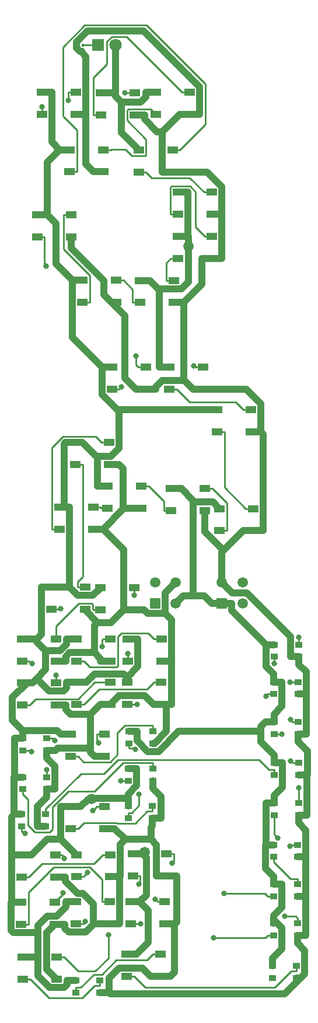
<source format=gbr>
%TF.GenerationSoftware,KiCad,Pcbnew,(5.1.6)-1*%
%TF.CreationDate,2020-11-25T11:49:15+11:00*%
%TF.ProjectId,SPIN RCV Panel PCB V1,5350494e-2052-4435-9620-50616e656c20,rev?*%
%TF.SameCoordinates,Original*%
%TF.FileFunction,Copper,L1,Top*%
%TF.FilePolarity,Positive*%
%FSLAX46Y46*%
G04 Gerber Fmt 4.6, Leading zero omitted, Abs format (unit mm)*
G04 Created by KiCad (PCBNEW (5.1.6)-1) date 2020-11-25 11:49:15*
%MOMM*%
%LPD*%
G01*
G04 APERTURE LIST*
%TA.AperFunction,SMDPad,CuDef*%
%ADD10R,1.000000X0.850000*%
%TD*%
%TA.AperFunction,SMDPad,CuDef*%
%ADD11R,1.500000X1.000000*%
%TD*%
%TA.AperFunction,ComponentPad*%
%ADD12C,1.520000*%
%TD*%
%TA.AperFunction,ComponentPad*%
%ADD13R,1.520000X1.520000*%
%TD*%
%TA.AperFunction,ComponentPad*%
%ADD14C,1.800000*%
%TD*%
%TA.AperFunction,ComponentPad*%
%ADD15R,1.800000X1.800000*%
%TD*%
%TA.AperFunction,ViaPad*%
%ADD16C,1.500000*%
%TD*%
%TA.AperFunction,ViaPad*%
%ADD17C,0.800000*%
%TD*%
%TA.AperFunction,Conductor*%
%ADD18C,1.000000*%
%TD*%
%TA.AperFunction,Conductor*%
%ADD19C,0.400600*%
%TD*%
%TA.AperFunction,Conductor*%
%ADD20C,0.250000*%
%TD*%
G04 APERTURE END LIST*
D10*
%TO.P,D45,3*%
%TO.N,/LEDGND*%
X273708000Y-145477000D03*
%TO.P,D45,2*%
%TO.N,Net-(D45-Pad2)*%
X270208000Y-145477000D03*
%TO.P,D45,4*%
%TO.N,Net-(D44-Pad2)*%
X273708000Y-143727000D03*
%TO.P,D45,1*%
%TO.N,/LED+5V*%
X270208000Y-143727000D03*
%TD*%
%TO.P,D49,3*%
%TO.N,/LEDGND*%
X273696000Y-151192000D03*
%TO.P,D49,2*%
%TO.N,Net-(D49-Pad2)*%
X270196000Y-151192000D03*
%TO.P,D49,4*%
%TO.N,Net-(D48-Pad2)*%
X273696000Y-149442000D03*
%TO.P,D49,1*%
%TO.N,/LED+5V*%
X270196000Y-149442000D03*
%TD*%
%TO.P,D53,3*%
%TO.N,/LEDGND*%
X273558000Y-157350000D03*
%TO.P,D53,2*%
%TO.N,Net-(D53-Pad2)*%
X270058000Y-157350000D03*
%TO.P,D53,4*%
%TO.N,Net-(D52-Pad2)*%
X273558000Y-155600000D03*
%TO.P,D53,1*%
%TO.N,/LED+5V*%
X270058000Y-155600000D03*
%TD*%
%TO.P,D51,3*%
%TO.N,/LEDGND*%
X244994000Y-159472000D03*
%TO.P,D51,2*%
%TO.N,Net-(D51-Pad2)*%
X241494000Y-159472000D03*
%TO.P,D51,4*%
%TO.N,Net-(D50-Pad2)*%
X244994000Y-157722000D03*
%TO.P,D51,1*%
%TO.N,/LED+5V*%
X241494000Y-157722000D03*
%TD*%
%TO.P,D44,3*%
%TO.N,/LEDGND*%
X273722000Y-139787000D03*
%TO.P,D44,2*%
%TO.N,Net-(D44-Pad2)*%
X270222000Y-139787000D03*
%TO.P,D44,4*%
%TO.N,Net-(D43-Pad2)*%
X273722000Y-138037000D03*
%TO.P,D44,1*%
%TO.N,/LED+5V*%
X270222000Y-138037000D03*
%TD*%
%TO.P,D40,3*%
%TO.N,/LEDGND*%
X273860000Y-133717000D03*
%TO.P,D40,2*%
%TO.N,Net-(D40-Pad2)*%
X270360000Y-133717000D03*
%TO.P,D40,4*%
%TO.N,Net-(D39-Pad2)*%
X273860000Y-131967000D03*
%TO.P,D40,1*%
%TO.N,/LED+5V*%
X270360000Y-131967000D03*
%TD*%
%TO.P,D39,3*%
%TO.N,/LEDGND*%
X252654000Y-134160000D03*
%TO.P,D39,2*%
%TO.N,Net-(D39-Pad2)*%
X249154000Y-134160000D03*
%TO.P,D39,4*%
%TO.N,Net-(D38-Pad2)*%
X252654000Y-132410000D03*
%TO.P,D39,1*%
%TO.N,/LED+5V*%
X249154000Y-132410000D03*
%TD*%
%TO.P,D37,3*%
%TO.N,/LEDGND*%
X237118000Y-135342000D03*
%TO.P,D37,2*%
%TO.N,Net-(D37-Pad2)*%
X233618000Y-135342000D03*
%TO.P,D37,4*%
%TO.N,Net-(D36-Pad2)*%
X237118000Y-133592000D03*
%TO.P,D37,1*%
%TO.N,/LED+5V*%
X233618000Y-133592000D03*
%TD*%
%TO.P,D36,3*%
%TO.N,/LEDGND*%
X273837000Y-127912000D03*
%TO.P,D36,2*%
%TO.N,Net-(D36-Pad2)*%
X270337000Y-127912000D03*
%TO.P,D36,4*%
%TO.N,Net-(D35-Pad2)*%
X273837000Y-126162000D03*
%TO.P,D36,1*%
%TO.N,/LED+5V*%
X270337000Y-126162000D03*
%TD*%
%TO.P,D35,3*%
%TO.N,/LEDGND*%
X252679000Y-128725000D03*
%TO.P,D35,2*%
%TO.N,Net-(D35-Pad2)*%
X249179000Y-128725000D03*
%TO.P,D35,4*%
%TO.N,Net-(D34-Pad2)*%
X252679000Y-126975000D03*
%TO.P,D35,1*%
%TO.N,/LED+5V*%
X249179000Y-126975000D03*
%TD*%
%TO.P,D34,3*%
%TO.N,/LEDGND*%
X237323000Y-129958000D03*
%TO.P,D34,2*%
%TO.N,Net-(D34-Pad2)*%
X233823000Y-129958000D03*
%TO.P,D34,4*%
%TO.N,Net-(D33-Pad2)*%
X237323000Y-128208000D03*
%TO.P,D34,1*%
%TO.N,/LED+5V*%
X233823000Y-128208000D03*
%TD*%
%TO.P,D33,3*%
%TO.N,/LEDGND*%
X273787000Y-121943000D03*
%TO.P,D33,2*%
%TO.N,Net-(D33-Pad2)*%
X270287000Y-121943000D03*
%TO.P,D33,4*%
%TO.N,Net-(D32-Pad2)*%
X273787000Y-120193000D03*
%TO.P,D33,1*%
%TO.N,/LED+5V*%
X270287000Y-120193000D03*
%TD*%
%TO.P,D32,3*%
%TO.N,/LEDGND*%
X252705000Y-123289000D03*
%TO.P,D32,2*%
%TO.N,Net-(D32-Pad2)*%
X249205000Y-123289000D03*
%TO.P,D32,4*%
%TO.N,Net-(D31-Pad2)*%
X252705000Y-121539000D03*
%TO.P,D32,1*%
%TO.N,/LED+5V*%
X249205000Y-121539000D03*
%TD*%
%TO.P,D30,3*%
%TO.N,/LEDGND*%
X237338000Y-124330000D03*
%TO.P,D30,2*%
%TO.N,Net-(D30-Pad2)*%
X233838000Y-124330000D03*
%TO.P,D30,4*%
%TO.N,Net-(D29-Pad2)*%
X237338000Y-122580000D03*
%TO.P,D30,1*%
%TO.N,/LED+5V*%
X233838000Y-122580000D03*
%TD*%
%TO.P,D29,3*%
%TO.N,/LEDGND*%
X273756000Y-116152000D03*
%TO.P,D29,2*%
%TO.N,Net-(D29-Pad2)*%
X270256000Y-116152000D03*
%TO.P,D29,4*%
%TO.N,Net-(D28-Pad2)*%
X273756000Y-114402000D03*
%TO.P,D29,1*%
%TO.N,/LED+5V*%
X270256000Y-114402000D03*
%TD*%
%TO.P,D25,3*%
%TO.N,/LEDGND*%
X273860000Y-110730000D03*
%TO.P,D25,2*%
%TO.N,Net-(D25-Pad2)*%
X270360000Y-110730000D03*
%TO.P,D25,4*%
%TO.N,Net-(D24-Pad2)*%
X273860000Y-108980000D03*
%TO.P,D25,1*%
%TO.N,/LED+5V*%
X270360000Y-108980000D03*
%TD*%
D11*
%TO.P,D52,1*%
%TO.N,/LED+5V*%
X248897000Y-153924000D03*
%TO.P,D52,2*%
%TO.N,Net-(D52-Pad2)*%
X248897000Y-157124000D03*
%TO.P,D52,4*%
%TO.N,Net-(D51-Pad2)*%
X253797000Y-153924000D03*
%TO.P,D52,3*%
%TO.N,/LEDGND*%
X253797000Y-157124000D03*
%TD*%
%TO.P,D50,1*%
%TO.N,/LED+5V*%
X233858000Y-154305000D03*
%TO.P,D50,2*%
%TO.N,Net-(D50-Pad2)*%
X233858000Y-157505000D03*
%TO.P,D50,4*%
%TO.N,Net-(D49-Pad2)*%
X238758000Y-154305000D03*
%TO.P,D50,3*%
%TO.N,/LEDGND*%
X238758000Y-157505000D03*
%TD*%
%TO.P,D48,1*%
%TO.N,/LED+5V*%
X249532000Y-146304000D03*
%TO.P,D48,2*%
%TO.N,Net-(D48-Pad2)*%
X249532000Y-149504000D03*
%TO.P,D48,4*%
%TO.N,Net-(D47-Pad2)*%
X254432000Y-146304000D03*
%TO.P,D48,3*%
%TO.N,/LEDGND*%
X254432000Y-149504000D03*
%TD*%
%TO.P,D47,1*%
%TO.N,/LED+5V*%
X241531000Y-146304000D03*
%TO.P,D47,2*%
%TO.N,Net-(D47-Pad2)*%
X241531000Y-149504000D03*
%TO.P,D47,4*%
%TO.N,Net-(D46-Pad2)*%
X246431000Y-146304000D03*
%TO.P,D47,3*%
%TO.N,/LEDGND*%
X246431000Y-149504000D03*
%TD*%
%TO.P,D46,1*%
%TO.N,/LED+5V*%
X233578000Y-146381000D03*
%TO.P,D46,2*%
%TO.N,Net-(D46-Pad2)*%
X233578000Y-149581000D03*
%TO.P,D46,4*%
%TO.N,Net-(D45-Pad2)*%
X238478000Y-146381000D03*
%TO.P,D46,3*%
%TO.N,/LEDGND*%
X238478000Y-149581000D03*
%TD*%
%TO.P,D43,1*%
%TO.N,/LED+5V*%
X249797000Y-139370000D03*
%TO.P,D43,2*%
%TO.N,Net-(D43-Pad2)*%
X249797000Y-142570000D03*
%TO.P,D43,4*%
%TO.N,Net-(D42-Pad2)*%
X254697000Y-139370000D03*
%TO.P,D43,3*%
%TO.N,/LEDGND*%
X254697000Y-142570000D03*
%TD*%
%TO.P,D42,1*%
%TO.N,/LED+5V*%
X241630000Y-139471000D03*
%TO.P,D42,2*%
%TO.N,Net-(D42-Pad2)*%
X241630000Y-142671000D03*
%TO.P,D42,4*%
%TO.N,Net-(D41-Pad2)*%
X246530000Y-139471000D03*
%TO.P,D42,3*%
%TO.N,/LEDGND*%
X246530000Y-142671000D03*
%TD*%
%TO.P,D41,1*%
%TO.N,/LED+5V*%
X233631000Y-139522000D03*
%TO.P,D41,2*%
%TO.N,Net-(D41-Pad2)*%
X233631000Y-142722000D03*
%TO.P,D41,4*%
%TO.N,Net-(D40-Pad2)*%
X238531000Y-139522000D03*
%TO.P,D41,3*%
%TO.N,/LEDGND*%
X238531000Y-142722000D03*
%TD*%
%TO.P,D38,1*%
%TO.N,/LED+5V*%
X240794000Y-132487000D03*
%TO.P,D38,2*%
%TO.N,Net-(D38-Pad2)*%
X240794000Y-135687000D03*
%TO.P,D38,4*%
%TO.N,Net-(D37-Pad2)*%
X245694000Y-132487000D03*
%TO.P,D38,3*%
%TO.N,/LEDGND*%
X245694000Y-135687000D03*
%TD*%
%TO.P,R1,2*%
%TO.N,/LEDGND*%
%TA.AperFunction,SMDPad,CuDef*%
G36*
G01*
X242445000Y-22416600D02*
X242645000Y-22416600D01*
G75*
G02*
X242745000Y-22516600I0J-100000D01*
G01*
X242745000Y-22776600D01*
G75*
G02*
X242645000Y-22876600I-100000J0D01*
G01*
X242445000Y-22876600D01*
G75*
G02*
X242345000Y-22776600I0J100000D01*
G01*
X242345000Y-22516600D01*
G75*
G02*
X242445000Y-22416600I100000J0D01*
G01*
G37*
%TD.AperFunction*%
%TO.P,R1,1*%
%TO.N,Net-(D1-Pad1)*%
%TA.AperFunction,SMDPad,CuDef*%
G36*
G01*
X242445000Y-21776600D02*
X242645000Y-21776600D01*
G75*
G02*
X242745000Y-21876600I0J-100000D01*
G01*
X242745000Y-22136600D01*
G75*
G02*
X242645000Y-22236600I-100000J0D01*
G01*
X242445000Y-22236600D01*
G75*
G02*
X242345000Y-22136600I0J100000D01*
G01*
X242345000Y-21876600D01*
G75*
G02*
X242445000Y-21776600I100000J0D01*
G01*
G37*
%TD.AperFunction*%
%TD*%
D12*
%TO.P,J2,4*%
%TO.N,/LEDGND*%
X256034999Y-99974001D03*
%TO.P,J2,3*%
%TO.N,/DATAOUT*%
X253035000Y-99974001D03*
%TO.P,J2,2*%
%TO.N,/LED+5V*%
X256034999Y-102974000D03*
D13*
%TO.P,J2,1*%
%TO.N,/DATALOOP*%
X253035000Y-102974000D03*
%TD*%
D12*
%TO.P,J1,4*%
%TO.N,/DATAIN*%
X265711999Y-99974001D03*
%TO.P,J1,3*%
%TO.N,/LEDGND*%
X262712000Y-99974001D03*
%TO.P,J1,2*%
%TO.N,/DATALOOP*%
X265711999Y-102974000D03*
D13*
%TO.P,J1,1*%
%TO.N,/LED+5V*%
X262712000Y-102974000D03*
%TD*%
D11*
%TO.P,D31,1*%
%TO.N,/LED+5V*%
X240769000Y-121971000D03*
%TO.P,D31,2*%
%TO.N,Net-(D31-Pad2)*%
X240769000Y-125171000D03*
%TO.P,D31,4*%
%TO.N,Net-(D30-Pad2)*%
X245669000Y-121971000D03*
%TO.P,D31,3*%
%TO.N,/LEDGND*%
X245669000Y-125171000D03*
%TD*%
%TO.P,D28,1*%
%TO.N,/LED+5V*%
X249024000Y-114453000D03*
%TO.P,D28,2*%
%TO.N,Net-(D28-Pad2)*%
X249024000Y-117653000D03*
%TO.P,D28,4*%
%TO.N,Net-(D27-Pad2)*%
X253924000Y-114453000D03*
%TO.P,D28,3*%
%TO.N,/LEDGND*%
X253924000Y-117653000D03*
%TD*%
%TO.P,D27,1*%
%TO.N,/LED+5V*%
X241607000Y-114478000D03*
%TO.P,D27,2*%
%TO.N,Net-(D27-Pad2)*%
X241607000Y-117678000D03*
%TO.P,D27,4*%
%TO.N,Net-(D26-Pad2)*%
X246507000Y-114478000D03*
%TO.P,D27,3*%
%TO.N,/LEDGND*%
X246507000Y-117678000D03*
%TD*%
%TO.P,D26,1*%
%TO.N,/LED+5V*%
X233784000Y-114503000D03*
%TO.P,D26,2*%
%TO.N,Net-(D26-Pad2)*%
X233784000Y-117703000D03*
%TO.P,D26,4*%
%TO.N,Net-(D25-Pad2)*%
X238684000Y-114503000D03*
%TO.P,D26,3*%
%TO.N,/LEDGND*%
X238684000Y-117703000D03*
%TD*%
%TO.P,D24,1*%
%TO.N,/LED+5V*%
X249049000Y-108179000D03*
%TO.P,D24,2*%
%TO.N,Net-(D24-Pad2)*%
X249049000Y-111379000D03*
%TO.P,D24,4*%
%TO.N,Net-(D23-Pad2)*%
X253949000Y-108179000D03*
%TO.P,D24,3*%
%TO.N,/LEDGND*%
X253949000Y-111379000D03*
%TD*%
%TO.P,D23,1*%
%TO.N,/LED+5V*%
X241644000Y-108179000D03*
%TO.P,D23,2*%
%TO.N,Net-(D23-Pad2)*%
X241644000Y-111379000D03*
%TO.P,D23,4*%
%TO.N,Net-(D22-Pad2)*%
X246544000Y-108179000D03*
%TO.P,D23,3*%
%TO.N,/LEDGND*%
X246544000Y-111379000D03*
%TD*%
%TO.P,D22,1*%
%TO.N,/LED+5V*%
X233758000Y-108179000D03*
%TO.P,D22,2*%
%TO.N,Net-(D22-Pad2)*%
X233758000Y-111379000D03*
%TO.P,D22,4*%
%TO.N,Net-(D21-Pad2)*%
X238658000Y-108179000D03*
%TO.P,D22,3*%
%TO.N,/LEDGND*%
X238658000Y-111379000D03*
%TD*%
%TO.P,D21,1*%
%TO.N,/LED+5V*%
X245061000Y-100711000D03*
%TO.P,D21,2*%
%TO.N,Net-(D21-Pad2)*%
X245061000Y-103911000D03*
%TO.P,D21,4*%
%TO.N,Net-(D20-Pad2)*%
X249961000Y-100711000D03*
%TO.P,D21,3*%
%TO.N,/LEDGND*%
X249961000Y-103911000D03*
%TD*%
%TO.P,D20,1*%
%TO.N,/LED+5V*%
X237975000Y-100660000D03*
%TO.P,D20,2*%
%TO.N,Net-(D20-Pad2)*%
X237975000Y-103860000D03*
%TO.P,D20,4*%
%TO.N,Net-(D19-Pad2)*%
X242875000Y-100660000D03*
%TO.P,D20,3*%
%TO.N,/LEDGND*%
X242875000Y-103860000D03*
%TD*%
%TO.P,D19,1*%
%TO.N,/LED+5V*%
X241452000Y-79654400D03*
%TO.P,D19,2*%
%TO.N,Net-(D19-Pad2)*%
X241452000Y-82854400D03*
%TO.P,D19,4*%
%TO.N,Net-(D18-Pad2)*%
X246352000Y-79654400D03*
%TO.P,D19,3*%
%TO.N,/LEDGND*%
X246352000Y-82854400D03*
%TD*%
%TO.P,D18,1*%
%TO.N,/LED+5V*%
X239143000Y-89027000D03*
%TO.P,D18,2*%
%TO.N,Net-(D18-Pad2)*%
X239143000Y-92227000D03*
%TO.P,D18,4*%
%TO.N,Net-(D17-Pad2)*%
X244043000Y-89027000D03*
%TO.P,D18,3*%
%TO.N,/LEDGND*%
X244043000Y-92227000D03*
%TD*%
%TO.P,D17,1*%
%TO.N,/LED+5V*%
X246103000Y-85979000D03*
%TO.P,D17,2*%
%TO.N,Net-(D17-Pad2)*%
X246103000Y-89179000D03*
%TO.P,D17,4*%
%TO.N,Net-(D16-Pad2)*%
X251003000Y-85979000D03*
%TO.P,D17,3*%
%TO.N,/LEDGND*%
X251003000Y-89179000D03*
%TD*%
%TO.P,D16,1*%
%TO.N,/LED+5V*%
X255374000Y-86334600D03*
%TO.P,D16,2*%
%TO.N,Net-(D16-Pad2)*%
X255374000Y-89534600D03*
%TO.P,D16,4*%
%TO.N,Net-(D15-Pad2)*%
X260274000Y-86334600D03*
%TO.P,D16,3*%
%TO.N,/LEDGND*%
X260274000Y-89534600D03*
%TD*%
%TO.P,D15,1*%
%TO.N,/LED+5V*%
X262384000Y-89255600D03*
%TO.P,D15,2*%
%TO.N,Net-(D15-Pad2)*%
X262384000Y-92455600D03*
%TO.P,D15,4*%
%TO.N,Net-(D14-Pad2)*%
X267284000Y-89255600D03*
%TO.P,D15,3*%
%TO.N,/LEDGND*%
X267284000Y-92455600D03*
%TD*%
%TO.P,D14,1*%
%TO.N,/LED+5V*%
X262029000Y-74904600D03*
%TO.P,D14,2*%
%TO.N,Net-(D14-Pad2)*%
X262029000Y-78104600D03*
%TO.P,D14,4*%
%TO.N,Net-(D13-Pad2)*%
X266929000Y-74904600D03*
%TO.P,D14,3*%
%TO.N,/LEDGND*%
X266929000Y-78104600D03*
%TD*%
%TO.P,D13,1*%
%TO.N,/LED+5V*%
X255094000Y-68732400D03*
%TO.P,D13,2*%
%TO.N,Net-(D13-Pad2)*%
X255094000Y-71932400D03*
%TO.P,D13,4*%
%TO.N,Net-(D12-Pad2)*%
X259994000Y-68732400D03*
%TO.P,D13,3*%
%TO.N,/LEDGND*%
X259994000Y-71932400D03*
%TD*%
%TO.P,D12,1*%
%TO.N,/LED+5V*%
X246763000Y-68707000D03*
%TO.P,D12,2*%
%TO.N,Net-(D12-Pad2)*%
X246763000Y-71907000D03*
%TO.P,D12,4*%
%TO.N,Net-(D11-Pad2)*%
X251663000Y-68707000D03*
%TO.P,D12,3*%
%TO.N,/LEDGND*%
X251663000Y-71907000D03*
%TD*%
%TO.P,D11,1*%
%TO.N,/LED+5V*%
X235917000Y-46659800D03*
%TO.P,D11,2*%
%TO.N,Net-(D11-Pad2)*%
X235917000Y-49859800D03*
%TO.P,D11,4*%
%TO.N,Net-(D10-Pad2)*%
X240817000Y-46659800D03*
%TO.P,D11,3*%
%TO.N,/LEDGND*%
X240817000Y-49859800D03*
%TD*%
%TO.P,D10,1*%
%TO.N,/LED+5V*%
X242494000Y-56134000D03*
%TO.P,D10,2*%
%TO.N,Net-(D10-Pad2)*%
X242494000Y-59334000D03*
%TO.P,D10,4*%
%TO.N,Net-(D10-Pad4)*%
X247394000Y-56134000D03*
%TO.P,D10,3*%
%TO.N,/LEDGND*%
X247394000Y-59334000D03*
%TD*%
%TO.P,D9,1*%
%TO.N,/LED+5V*%
X250853000Y-56159800D03*
%TO.P,D9,2*%
%TO.N,Net-(D10-Pad4)*%
X250853000Y-59359800D03*
%TO.P,D9,4*%
%TO.N,Net-(D8-Pad2)*%
X255753000Y-56159800D03*
%TO.P,D9,3*%
%TO.N,/LEDGND*%
X255753000Y-59359800D03*
%TD*%
%TO.P,D8,1*%
%TO.N,/LED+5V*%
X256388000Y-49733600D03*
%TO.P,D8,2*%
%TO.N,Net-(D8-Pad2)*%
X256388000Y-52933600D03*
%TO.P,D8,4*%
%TO.N,Net-(D7-Pad2)*%
X261288000Y-49733600D03*
%TO.P,D8,3*%
%TO.N,/LEDGND*%
X261288000Y-52933600D03*
%TD*%
%TO.P,D7,1*%
%TO.N,/LED+5V*%
X256325000Y-43332600D03*
%TO.P,D7,2*%
%TO.N,Net-(D7-Pad2)*%
X256325000Y-46532600D03*
%TO.P,D7,4*%
%TO.N,Net-(D6-Pad2)*%
X261225000Y-43332600D03*
%TO.P,D7,3*%
%TO.N,/LEDGND*%
X261225000Y-46532600D03*
%TD*%
%TO.P,D6,1*%
%TO.N,/LED+5V*%
X250649000Y-37236800D03*
%TO.P,D6,2*%
%TO.N,Net-(D6-Pad2)*%
X250649000Y-40436800D03*
%TO.P,D6,4*%
%TO.N,Net-(D5-Pad2)*%
X255549000Y-37236800D03*
%TO.P,D6,3*%
%TO.N,/LEDGND*%
X255549000Y-40436800D03*
%TD*%
%TO.P,D5,1*%
%TO.N,/LED+5V*%
X240616000Y-37185600D03*
%TO.P,D5,2*%
%TO.N,Net-(D5-Pad2)*%
X240616000Y-40385600D03*
%TO.P,D5,4*%
%TO.N,Net-(D4-Pad2)*%
X245516000Y-37185600D03*
%TO.P,D5,3*%
%TO.N,/LEDGND*%
X245516000Y-40385600D03*
%TD*%
%TO.P,D4,1*%
%TO.N,/LED+5V*%
X253139000Y-28880200D03*
%TO.P,D4,2*%
%TO.N,Net-(D4-Pad2)*%
X253139000Y-32080200D03*
%TO.P,D4,4*%
%TO.N,Net-(D3-Pad2)*%
X258039000Y-28880200D03*
%TO.P,D4,3*%
%TO.N,/LEDGND*%
X258039000Y-32080200D03*
%TD*%
%TO.P,D3,1*%
%TO.N,/LED+5V*%
X245161000Y-28905600D03*
%TO.P,D3,2*%
%TO.N,Net-(D3-Pad2)*%
X245161000Y-32105600D03*
%TO.P,D3,4*%
%TO.N,Net-(D2-Pad2)*%
X250061000Y-28905600D03*
%TO.P,D3,3*%
%TO.N,/LEDGND*%
X250061000Y-32105600D03*
%TD*%
%TO.P,D2,1*%
%TO.N,/LED+5V*%
X236601000Y-28879800D03*
%TO.P,D2,2*%
%TO.N,Net-(D2-Pad2)*%
X236601000Y-32079800D03*
%TO.P,D2,4*%
%TO.N,/DATAIN*%
X241501000Y-28879800D03*
%TO.P,D2,3*%
%TO.N,/LEDGND*%
X241501000Y-32079800D03*
%TD*%
D14*
%TO.P,D1,2*%
%TO.N,/LED+5V*%
X247294000Y-22021800D03*
D15*
%TO.P,D1,1*%
%TO.N,Net-(D1-Pad1)*%
X244754000Y-22021800D03*
%TD*%
D16*
%TO.N,/LED+5V*%
X251502600Y-139048300D03*
X243785200Y-131328500D03*
X257838300Y-51217200D03*
D17*
%TO.N,Net-(D2-Pad2)*%
X236601000Y-30958000D03*
X248674900Y-28905600D03*
%TO.N,/DATAIN*%
X240425700Y-30014400D03*
%TO.N,Net-(D11-Pad2)*%
X250283800Y-67080500D03*
X237233700Y-54030400D03*
%TO.N,Net-(D12-Pad2)*%
X258610300Y-68560500D03*
X248146200Y-71560900D03*
%TO.N,Net-(D20-Pad2)*%
X250011500Y-101828000D03*
X239325500Y-103760900D03*
%TO.N,Net-(D22-Pad2)*%
X245324700Y-109310700D03*
X235143300Y-111767500D03*
%TO.N,Net-(D24-Pad2)*%
X273860000Y-107912400D03*
X249049000Y-110273200D03*
%TO.N,Net-(D28-Pad2)*%
X272627300Y-114402000D03*
X250394900Y-117653000D03*
%TO.N,Net-(D29-Pad2)*%
X238449800Y-122866500D03*
X269122700Y-116460000D03*
%TO.N,Net-(D30-Pad2)*%
X235098200Y-124516000D03*
X244796200Y-123255500D03*
%TO.N,Net-(D32-Pad2)*%
X272665900Y-119857800D03*
X250129100Y-124213100D03*
%TO.N,Net-(D33-Pad2)*%
X237323000Y-127148800D03*
X271401100Y-121943000D03*
%TO.N,Net-(D35-Pad2)*%
X272711800Y-125825900D03*
X248046600Y-128725000D03*
%TO.N,Net-(D39-Pad2)*%
X273860000Y-129767500D03*
X250715800Y-130690100D03*
%TO.N,Net-(D40-Pad2)*%
X270817600Y-137010400D03*
X239882600Y-140039600D03*
%TO.N,Net-(D42-Pad2)*%
X255466400Y-140654700D03*
X243220500Y-142002400D03*
%TO.N,Net-(D43-Pad2)*%
X272606000Y-138242400D03*
X250664000Y-143752700D03*
%TO.N,Net-(D45-Pad2)*%
X263048000Y-145064100D03*
X239663500Y-145014600D03*
%TO.N,Net-(D47-Pad2)*%
X253068500Y-145894500D03*
X242896000Y-149191800D03*
%TO.N,Net-(D48-Pad2)*%
X271806900Y-148424700D03*
X250897200Y-149504000D03*
%TO.N,Net-(D25-Pad2)*%
X270360000Y-111758700D03*
X238684000Y-113402000D03*
%TO.N,Net-(D37-Pad2)*%
X234205800Y-136384500D03*
X243976000Y-133097000D03*
%TO.N,Net-(D49-Pad2)*%
X261542300Y-151494700D03*
X246242000Y-151061600D03*
%TD*%
D18*
%TO.N,/LEDGND*%
X262712000Y-99974000D02*
X264211900Y-101473900D01*
X264211900Y-101473900D02*
X266306700Y-101473900D01*
X266306700Y-101473900D02*
X272659700Y-107826900D01*
X272659700Y-107826900D02*
X272659700Y-110730000D01*
X262986600Y-95302700D02*
X262712000Y-95577300D01*
X262712000Y-95577300D02*
X262712000Y-99974000D01*
X273860000Y-110730000D02*
X272659700Y-110730000D01*
X254649200Y-117653000D02*
X254649200Y-121589500D01*
X254649200Y-121589500D02*
X252949700Y-123289000D01*
X252949700Y-123289000D02*
X252705000Y-123289000D01*
X254649200Y-117653000D02*
X255374300Y-117653000D01*
X253924000Y-117653000D02*
X254649200Y-117653000D01*
X255399300Y-111379000D02*
X255399300Y-117628000D01*
X255399300Y-117628000D02*
X255374300Y-117653000D01*
X254527100Y-104467600D02*
X255399300Y-105339800D01*
X255399300Y-105339800D02*
X255399300Y-111379000D01*
X273787000Y-121943000D02*
X274987300Y-121943000D01*
X274956300Y-116152000D02*
X274987300Y-116183000D01*
X274987300Y-116183000D02*
X274987300Y-121943000D01*
X274671700Y-116152000D02*
X274956300Y-116152000D01*
X273756000Y-116152000D02*
X274671700Y-116152000D01*
X273787000Y-121943000D02*
X273787000Y-123068300D01*
X275037200Y-127912000D02*
X275111400Y-127837800D01*
X275111400Y-127837800D02*
X275111400Y-124392700D01*
X275111400Y-124392700D02*
X273787000Y-123068300D01*
X275037200Y-127912000D02*
X275060300Y-127935100D01*
X275060300Y-127935100D02*
X275060300Y-133717000D01*
X274748700Y-127912000D02*
X275037200Y-127912000D01*
X273860000Y-110730000D02*
X273860000Y-111855300D01*
X273860000Y-111855300D02*
X274956300Y-112951600D01*
X274956300Y-112951600D02*
X274956300Y-116152000D01*
X243669400Y-119065300D02*
X243669400Y-123966900D01*
X245056700Y-117678000D02*
X243669400Y-119065300D01*
X240134300Y-117703000D02*
X240134300Y-118446800D01*
X240134300Y-118446800D02*
X240752800Y-119065300D01*
X240752800Y-119065300D02*
X243669400Y-119065300D01*
X238684000Y-117703000D02*
X240134300Y-117703000D01*
X246507000Y-117678000D02*
X245056700Y-117678000D01*
X243669400Y-123966900D02*
X243669400Y-124621700D01*
X243669400Y-124621700D02*
X244218700Y-125171000D01*
X238538300Y-124330000D02*
X238901400Y-123966900D01*
X238901400Y-123966900D02*
X243669400Y-123966900D01*
X252773800Y-117653000D02*
X251523300Y-116402500D01*
X251523300Y-116402500D02*
X247782500Y-116402500D01*
X247782500Y-116402500D02*
X246507000Y-117678000D01*
X253797000Y-157124000D02*
X255247300Y-157124000D01*
X255247300Y-157124000D02*
X255882300Y-156489000D01*
X255882300Y-156489000D02*
X255882300Y-149504000D01*
X253071900Y-157124000D02*
X253797000Y-157124000D01*
X253071900Y-157124000D02*
X252346700Y-157124000D01*
X273696000Y-151192000D02*
X274896300Y-151192000D01*
X274876600Y-145477000D02*
X274908300Y-145477000D01*
X273708000Y-145477000D02*
X274876600Y-145477000D01*
X274896300Y-151192000D02*
X274896300Y-145496700D01*
X274896300Y-145496700D02*
X274876600Y-145477000D01*
X273696000Y-151361300D02*
X273696000Y-151192000D01*
X273696000Y-151361300D02*
X273696000Y-152317300D01*
X274922300Y-139787000D02*
X274922300Y-145463000D01*
X274922300Y-145463000D02*
X274908300Y-145477000D01*
X273860000Y-134842300D02*
X274922300Y-135904600D01*
X274922300Y-135904600D02*
X274922300Y-139787000D01*
X254098700Y-34570200D02*
X256588700Y-32080200D01*
X254098700Y-40436800D02*
X254098700Y-34570200D01*
X254098700Y-34570200D02*
X253341400Y-34570200D01*
X253341400Y-34570200D02*
X251511300Y-32740100D01*
X251511300Y-32740100D02*
X251511300Y-32105600D01*
X258039000Y-32080200D02*
X256588700Y-32080200D01*
X246350800Y-159472000D02*
X246507300Y-159628500D01*
X246507300Y-159628500D02*
X271879700Y-159628500D01*
X271879700Y-159628500D02*
X274158200Y-157350000D01*
X252346700Y-157124000D02*
X251146400Y-155923700D01*
X251146400Y-155923700D02*
X247813500Y-155923700D01*
X247813500Y-155923700D02*
X246350800Y-157386400D01*
X246350800Y-157386400D02*
X246350800Y-159472000D01*
X246350800Y-159472000D02*
X246194300Y-159472000D01*
X256147300Y-142570000D02*
X256147300Y-149239000D01*
X256147300Y-149239000D02*
X255882300Y-149504000D01*
X252654000Y-134160000D02*
X253854300Y-134160000D01*
X252679000Y-128725000D02*
X252679000Y-129850300D01*
X252679000Y-129850300D02*
X253854300Y-131025600D01*
X253854300Y-131025600D02*
X253854300Y-134160000D01*
X252419600Y-137248200D02*
X252419600Y-135519700D01*
X252419600Y-135519700D02*
X252654000Y-135285300D01*
X253246700Y-142570000D02*
X253246600Y-142570000D01*
X253246600Y-142570000D02*
X253246600Y-138075200D01*
X253246600Y-138075200D02*
X252419600Y-137248200D01*
X252419600Y-137248200D02*
X248705500Y-137248200D01*
X252654000Y-134160000D02*
X252654000Y-135285300D01*
X245493300Y-92227000D02*
X248402400Y-89317900D01*
X248402400Y-89317900D02*
X248402400Y-89179000D01*
X248402400Y-89179000D02*
X248402400Y-83454500D01*
X248402400Y-83454500D02*
X247802300Y-82854400D01*
X248402400Y-89179000D02*
X249552700Y-89179000D01*
X246352000Y-82854400D02*
X247802300Y-82854400D01*
X245493300Y-92227000D02*
X248510700Y-95244400D01*
X248510700Y-95244400D02*
X248510700Y-103911000D01*
X251003000Y-89179000D02*
X249552700Y-89179000D01*
X246431000Y-149504000D02*
X247881300Y-149504000D01*
X247881400Y-142671000D02*
X247980300Y-142671000D01*
X246530000Y-142671000D02*
X247881400Y-142671000D01*
X247881300Y-149504000D02*
X247881300Y-142671100D01*
X247881300Y-142671100D02*
X247881400Y-142671000D01*
X246006000Y-149504000D02*
X246431000Y-149504000D01*
X248705500Y-137248200D02*
X247980300Y-137973400D01*
X247980300Y-137973400D02*
X247980300Y-142671000D01*
X248705500Y-137248200D02*
X247144300Y-135687000D01*
X237338000Y-124330000D02*
X238538300Y-124330000D01*
X245669000Y-125171000D02*
X244218700Y-125171000D01*
X242254200Y-22937400D02*
X242951300Y-23634500D01*
X242951300Y-23634500D02*
X242951300Y-32079800D01*
X259489300Y-32080200D02*
X259489300Y-28073200D01*
X259489300Y-28073200D02*
X251374700Y-19958600D01*
X251374700Y-19958600D02*
X243209500Y-19958600D01*
X243209500Y-19958600D02*
X241596800Y-21571300D01*
X241596800Y-21571300D02*
X241596800Y-22444500D01*
X241596800Y-22444500D02*
X242089700Y-22937400D01*
X242089700Y-22937400D02*
X242254200Y-22937400D01*
X258039000Y-32080200D02*
X259489300Y-32080200D01*
D19*
X242254200Y-22937400D02*
X242545000Y-22646600D01*
D18*
X239928300Y-149581000D02*
X239928300Y-150144800D01*
X239928300Y-150144800D02*
X240487800Y-150704300D01*
X240487800Y-150704300D02*
X242939600Y-150704300D01*
X242939600Y-150704300D02*
X244093700Y-149550200D01*
X244093700Y-149550200D02*
X244093700Y-149504000D01*
X245694000Y-135687000D02*
X247144300Y-135687000D01*
X246006000Y-149504000D02*
X244980700Y-149504000D01*
X238478000Y-149581000D02*
X237307600Y-150751400D01*
X237307600Y-150751400D02*
X237307600Y-156054600D01*
X237307600Y-156054600D02*
X238758000Y-157505000D01*
X238701600Y-149581000D02*
X238478000Y-149581000D01*
X273860000Y-133717000D02*
X275060300Y-133717000D01*
X273837000Y-127912000D02*
X274748700Y-127912000D01*
X273860000Y-133717000D02*
X273860000Y-134842300D01*
X273722000Y-139787000D02*
X274922300Y-139787000D01*
X274158200Y-157350000D02*
X274758400Y-156749800D01*
X274758400Y-156749800D02*
X274758400Y-153379700D01*
X274758400Y-153379700D02*
X273696000Y-152317300D01*
X254697000Y-142570000D02*
X256147300Y-142570000D01*
X254697000Y-142570000D02*
X253246700Y-142570000D01*
X237118000Y-135342000D02*
X235917700Y-135342000D01*
X273558000Y-157350000D02*
X274158200Y-157350000D01*
X238523300Y-129958000D02*
X238523300Y-126640600D01*
X238523300Y-126640600D02*
X237338000Y-125455300D01*
X237323000Y-129958000D02*
X238523300Y-129958000D01*
X237323000Y-129958000D02*
X237323000Y-131083300D01*
X237323000Y-131083300D02*
X235917700Y-132488600D01*
X235917700Y-132488600D02*
X235917700Y-135342000D01*
X259994000Y-71932400D02*
X258543700Y-71932400D01*
X257203300Y-70679500D02*
X257203300Y-59359800D01*
X253113300Y-71907000D02*
X253113300Y-71606900D01*
X253113300Y-71606900D02*
X254040700Y-70679500D01*
X254040700Y-70679500D02*
X257203300Y-70679500D01*
X258543700Y-71932400D02*
X257290800Y-70679500D01*
X257290800Y-70679500D02*
X257203300Y-70679500D01*
X268379300Y-78104600D02*
X268379300Y-74081000D01*
X268379300Y-74081000D02*
X266230700Y-71932400D01*
X266230700Y-71932400D02*
X259994000Y-71932400D01*
X254432000Y-149504000D02*
X255882300Y-149504000D01*
X246668900Y-59334000D02*
X245593700Y-58258800D01*
X245593700Y-58258800D02*
X245593700Y-56184300D01*
X245593700Y-56184300D02*
X240817000Y-51407600D01*
X240817000Y-51407600D02*
X240817000Y-49859800D01*
X250212700Y-71907000D02*
X248637700Y-70332000D01*
X248637700Y-70332000D02*
X248637700Y-61302800D01*
X248637700Y-61302800D02*
X246668900Y-59334000D01*
X244224400Y-110149500D02*
X245093700Y-111018800D01*
X245093700Y-111018800D02*
X245093700Y-111379000D01*
X240108300Y-111379000D02*
X240108300Y-110674300D01*
X240108300Y-110674300D02*
X240633100Y-110149500D01*
X240633100Y-110149500D02*
X244224400Y-110149500D01*
X244675700Y-105770100D02*
X244224400Y-106221400D01*
X244224400Y-106221400D02*
X244224400Y-110149500D01*
X237338000Y-124330000D02*
X237338000Y-125455300D01*
X238701600Y-149581000D02*
X239928300Y-149581000D01*
X244994000Y-159472000D02*
X246194300Y-159472000D01*
X262986600Y-95302700D02*
X265833700Y-92455600D01*
X262986600Y-95302700D02*
X260274000Y-92590100D01*
X260274000Y-92590100D02*
X260274000Y-89534600D01*
X267284000Y-92455600D02*
X265833700Y-92455600D01*
X268379300Y-78104600D02*
X268734300Y-78459600D01*
X268734300Y-78459600D02*
X268734300Y-92455600D01*
X266929000Y-78104600D02*
X268379300Y-78104600D01*
X251663000Y-71907000D02*
X250212700Y-71907000D01*
X247394000Y-59334000D02*
X246668900Y-59334000D01*
X267284000Y-92455600D02*
X268734300Y-92455600D01*
X254527100Y-104467600D02*
X254527100Y-101481900D01*
X254527100Y-101481900D02*
X256035000Y-99974000D01*
X254527100Y-104467600D02*
X251967900Y-104467600D01*
X251967900Y-104467600D02*
X251411300Y-103911000D01*
X249961000Y-103911000D02*
X251411300Y-103911000D01*
X238658000Y-111379000D02*
X240108300Y-111379000D01*
X248510700Y-103911000D02*
X246651600Y-105770100D01*
X246651600Y-105770100D02*
X244675700Y-105770100D01*
X244675700Y-105770100D02*
X242875000Y-103969400D01*
X242875000Y-103969400D02*
X242875000Y-103860000D01*
X246544000Y-111379000D02*
X245093700Y-111379000D01*
X250061000Y-32105600D02*
X251511300Y-32105600D01*
X255549000Y-40436800D02*
X254098700Y-40436800D01*
X255715000Y-40436800D02*
X255549000Y-40436800D01*
X255715000Y-40436800D02*
X255880900Y-40436800D01*
X256139200Y-40436800D02*
X256999300Y-40436800D01*
X256139200Y-40436800D02*
X255880900Y-40436800D01*
X244065700Y-40385600D02*
X242951300Y-39271200D01*
X242951300Y-39271200D02*
X242951300Y-32079800D01*
X257203300Y-59359800D02*
X259837700Y-56725400D01*
X259837700Y-56725400D02*
X259837700Y-52933600D01*
X261288000Y-52933600D02*
X259837700Y-52933600D01*
X244043000Y-92227000D02*
X245493300Y-92227000D01*
X262675300Y-46532600D02*
X262675300Y-42526800D01*
X262675300Y-42526800D02*
X260585300Y-40436800D01*
X260585300Y-40436800D02*
X256999300Y-40436800D01*
X261225000Y-46532600D02*
X262675300Y-46532600D01*
X261288000Y-52933600D02*
X262738300Y-52933600D01*
X262738300Y-52933600D02*
X262738300Y-46595600D01*
X262738300Y-46595600D02*
X262675300Y-46532600D01*
X253924000Y-117653000D02*
X252773800Y-117653000D01*
X245516000Y-40385600D02*
X244065700Y-40385600D01*
X241501000Y-32079800D02*
X242951300Y-32079800D01*
X239981300Y-142722000D02*
X239981300Y-143265800D01*
X239981300Y-143265800D02*
X241819200Y-145103700D01*
X241819200Y-145103700D02*
X242571100Y-145103700D01*
X242571100Y-145103700D02*
X244093700Y-146626300D01*
X244093700Y-146626300D02*
X244093700Y-149504000D01*
X244093700Y-149504000D02*
X244980700Y-149504000D01*
X238531000Y-142722000D02*
X239981300Y-142722000D01*
X253949000Y-111379000D02*
X255399300Y-111379000D01*
X249961000Y-103911000D02*
X248510700Y-103911000D01*
X251663000Y-71907000D02*
X253113300Y-71907000D01*
X255753000Y-59359800D02*
X257203300Y-59359800D01*
%TO.N,/LED+5V*%
X251247300Y-139370000D02*
X251502600Y-139114700D01*
X251502600Y-139114700D02*
X251502600Y-139048300D01*
X251247300Y-139370000D02*
X251767700Y-139890400D01*
X251767700Y-139890400D02*
X251767700Y-145333300D01*
X251767700Y-145333300D02*
X250797000Y-146304000D01*
X269159700Y-108980000D02*
X269159700Y-112180400D01*
X269159700Y-112180400D02*
X270256000Y-113276700D01*
X264172300Y-102974000D02*
X264172300Y-103992600D01*
X264172300Y-103992600D02*
X269159700Y-108980000D01*
X270256000Y-114402000D02*
X270256000Y-113276700D01*
X269159700Y-138037000D02*
X269021600Y-138175100D01*
X269021600Y-138175100D02*
X269021600Y-141415300D01*
X269021600Y-141415300D02*
X270208000Y-142601700D01*
X269390800Y-138037000D02*
X269159700Y-138037000D01*
X269159700Y-138037000D02*
X269159700Y-131967000D01*
X270208000Y-143727000D02*
X270208000Y-142601700D01*
X270256000Y-114402000D02*
X271456300Y-114402000D01*
X271456300Y-114402000D02*
X271456300Y-117898400D01*
X271456300Y-117898400D02*
X270287000Y-119067700D01*
X270287000Y-120193000D02*
X270287000Y-119067700D01*
X270360000Y-131967000D02*
X269159700Y-131967000D01*
X270222000Y-138037000D02*
X269390800Y-138037000D01*
X270360000Y-131404300D02*
X270360000Y-131381100D01*
X270360000Y-131381100D02*
X270360000Y-130841700D01*
X270360000Y-131967000D02*
X270360000Y-131404300D01*
X268398600Y-121574000D02*
X268398600Y-123098300D01*
X268398600Y-123098300D02*
X270337000Y-125036700D01*
X269086700Y-120193000D02*
X268398600Y-120881100D01*
X268398600Y-120881100D02*
X268398600Y-121574000D01*
X250405300Y-121539000D02*
X250405300Y-122915200D01*
X250405300Y-122915200D02*
X251979400Y-124489300D01*
X251979400Y-124489300D02*
X253528700Y-124489300D01*
X253528700Y-124489300D02*
X256444000Y-121574000D01*
X256444000Y-121574000D02*
X268398600Y-121574000D01*
X270337000Y-126162000D02*
X270337000Y-125036700D01*
X247834700Y-74904600D02*
X247519300Y-74904600D01*
X247519300Y-74904600D02*
X245312700Y-72698000D01*
X245312700Y-72698000D02*
X245312700Y-68707000D01*
X244652700Y-81853400D02*
X244852100Y-81654000D01*
X244852100Y-81654000D02*
X246646600Y-81654000D01*
X246646600Y-81654000D02*
X247834700Y-80465900D01*
X247834700Y-80465900D02*
X247834700Y-74904600D01*
X247834700Y-74904600D02*
X260578700Y-74904600D01*
X244652700Y-81853400D02*
X242453700Y-79654400D01*
X244652700Y-85979000D02*
X244652700Y-81853400D01*
X262029000Y-74904600D02*
X260578700Y-74904600D01*
X241043700Y-56134000D02*
X241043700Y-64438000D01*
X241043700Y-64438000D02*
X245312700Y-68707000D01*
X237367300Y-46659800D02*
X238632300Y-47924800D01*
X238632300Y-47924800D02*
X238632300Y-53722600D01*
X238632300Y-53722600D02*
X241043700Y-56134000D01*
X246763000Y-68707000D02*
X245312700Y-68707000D01*
X241452000Y-79654400D02*
X242453700Y-79654400D01*
X234509200Y-114503000D02*
X232333600Y-116678600D01*
X232333600Y-116678600D02*
X232333600Y-119950300D01*
X232333600Y-119950300D02*
X233838000Y-121454700D01*
X234509200Y-114503000D02*
X235234300Y-114503000D01*
X233784000Y-114503000D02*
X234509200Y-114503000D01*
X232622700Y-128208000D02*
X232622700Y-122595000D01*
X232622700Y-122595000D02*
X232637700Y-122580000D01*
X232572800Y-133592000D02*
X232572800Y-128257900D01*
X232572800Y-128257900D02*
X232622700Y-128208000D01*
X233838000Y-122580000D02*
X232637700Y-122580000D01*
X248897000Y-153924000D02*
X250347300Y-153924000D01*
X250797000Y-146304000D02*
X252034100Y-147541100D01*
X252034100Y-147541100D02*
X252034100Y-152237200D01*
X252034100Y-152237200D02*
X250347300Y-153924000D01*
X249532000Y-146304000D02*
X250797000Y-146304000D01*
X242244300Y-132487000D02*
X243402800Y-131328500D01*
X243402800Y-131328500D02*
X243785200Y-131328500D01*
X243785200Y-131328500D02*
X243829000Y-131284700D01*
X243829000Y-131284700D02*
X249154000Y-131284700D01*
X240593300Y-100660000D02*
X240593300Y-89027000D01*
X245061000Y-100711000D02*
X245061000Y-100783000D01*
X245061000Y-100783000D02*
X243983600Y-101860400D01*
X243983600Y-101860400D02*
X241793700Y-101860400D01*
X241793700Y-101860400D02*
X240593300Y-100660000D01*
X240593300Y-100660000D02*
X239425300Y-100660000D01*
X237975000Y-100660000D02*
X239425300Y-100660000D01*
X270287000Y-120193000D02*
X269086700Y-120193000D01*
X270337000Y-126162000D02*
X271537300Y-126162000D01*
X271537300Y-126162000D02*
X271537300Y-129664400D01*
X271537300Y-129664400D02*
X270360000Y-130841700D01*
X249797000Y-139370000D02*
X251247300Y-139370000D01*
X248942700Y-113740400D02*
X250499300Y-112183800D01*
X250499300Y-112183800D02*
X250499300Y-108179000D01*
X243057300Y-114478000D02*
X244257600Y-113277700D01*
X244257600Y-113277700D02*
X248480000Y-113277700D01*
X248480000Y-113277700D02*
X248942700Y-113740400D01*
X248942700Y-113740400D02*
X248942700Y-114371700D01*
X248942700Y-114371700D02*
X249024000Y-114453000D01*
X249049000Y-108179000D02*
X250499300Y-108179000D01*
X249205000Y-121539000D02*
X250405300Y-121539000D01*
X241630000Y-139471000D02*
X239343700Y-137184700D01*
X235866500Y-108179000D02*
X235866500Y-108578000D01*
X235866500Y-108578000D02*
X237135100Y-109846600D01*
X236524700Y-100660000D02*
X236524700Y-107520800D01*
X236524700Y-107520800D02*
X235866500Y-108179000D01*
X235866500Y-108179000D02*
X235208300Y-108179000D01*
X237135100Y-109846600D02*
X237135100Y-112602200D01*
X237135100Y-112602200D02*
X235833400Y-113903900D01*
X240193700Y-108179000D02*
X240193700Y-108891400D01*
X240193700Y-108891400D02*
X239238500Y-109846600D01*
X239238500Y-109846600D02*
X237135100Y-109846600D01*
X233758000Y-108179000D02*
X235208300Y-108179000D01*
X237975000Y-100660000D02*
X236524700Y-100660000D01*
X236041400Y-154305000D02*
X236041400Y-157062600D01*
X236041400Y-157062600D02*
X237684200Y-158705400D01*
X237684200Y-158705400D02*
X239862500Y-158705400D01*
X239862500Y-158705400D02*
X240293700Y-158274200D01*
X240293700Y-158274200D02*
X240293700Y-157722000D01*
X236041400Y-150797300D02*
X236041400Y-154305000D01*
X236041400Y-154305000D02*
X235308300Y-154305000D01*
X233858000Y-154305000D02*
X235308300Y-154305000D01*
X240080700Y-146304000D02*
X240080700Y-147054200D01*
X240080700Y-147054200D02*
X238760900Y-148374000D01*
X238760900Y-148374000D02*
X237397400Y-148374000D01*
X237397400Y-148374000D02*
X236041400Y-149730000D01*
X236041400Y-149730000D02*
X236041400Y-150797300D01*
X232180700Y-146381000D02*
X232127700Y-146434000D01*
X232127700Y-146434000D02*
X232127700Y-150422000D01*
X232127700Y-150422000D02*
X232503000Y-150797300D01*
X232503000Y-150797300D02*
X236041400Y-150797300D01*
X232427800Y-146381000D02*
X232180700Y-146381000D01*
X232180700Y-139522000D02*
X232180700Y-146381000D01*
X233578000Y-146381000D02*
X232427800Y-146381000D01*
X232572800Y-133592000D02*
X232180700Y-133984100D01*
X232180700Y-133984100D02*
X232180700Y-139522000D01*
X233631000Y-139522000D02*
X232180700Y-139522000D01*
X270058000Y-155600000D02*
X270058000Y-154474700D01*
X270196000Y-148879300D02*
X271426900Y-150110200D01*
X271426900Y-150110200D02*
X271426900Y-153105800D01*
X271426900Y-153105800D02*
X270058000Y-154474700D01*
X270196000Y-148879300D02*
X270196000Y-148316700D01*
X270196000Y-149442000D02*
X270196000Y-148879300D01*
X258575500Y-88305400D02*
X258575500Y-88085800D01*
X258575500Y-88085800D02*
X256824300Y-86334600D01*
X258575500Y-101904000D02*
X258575500Y-88305400D01*
X262384000Y-89255600D02*
X261433800Y-88305400D01*
X261433800Y-88305400D02*
X258575500Y-88305400D01*
X258575500Y-101904000D02*
X260181700Y-101904000D01*
X260181700Y-101904000D02*
X261251700Y-102974000D01*
X256035000Y-102974000D02*
X257105000Y-101904000D01*
X257105000Y-101904000D02*
X258575500Y-101904000D01*
X255374000Y-86334600D02*
X256824300Y-86334600D01*
X249154000Y-131284700D02*
X249154000Y-130679100D01*
X249154000Y-130679100D02*
X250379300Y-129453800D01*
X250379300Y-129453800D02*
X250379300Y-126975000D01*
X249154000Y-132410000D02*
X249154000Y-131284700D01*
X241607000Y-114478000D02*
X240156700Y-114478000D01*
X235833400Y-113903900D02*
X237632900Y-115703400D01*
X237632900Y-115703400D02*
X239756500Y-115703400D01*
X239756500Y-115703400D02*
X240156700Y-115303200D01*
X240156700Y-115303200D02*
X240156700Y-114478000D01*
X235833400Y-113903900D02*
X235234300Y-114503000D01*
X233838000Y-122580000D02*
X233838000Y-121454700D01*
X240769000Y-121971000D02*
X239318700Y-121971000D01*
X239318700Y-121971000D02*
X238802400Y-121454700D01*
X238802400Y-121454700D02*
X233838000Y-121454700D01*
X233631000Y-139522000D02*
X235081300Y-139522000D01*
X239343700Y-137184700D02*
X239343700Y-132487000D01*
X235081300Y-139522000D02*
X237418600Y-137184700D01*
X237418600Y-137184700D02*
X239343700Y-137184700D01*
X233618000Y-133592000D02*
X232572800Y-133592000D01*
X241607000Y-114478000D02*
X243057300Y-114478000D01*
X240794000Y-132487000D02*
X239343700Y-132487000D01*
X241494000Y-157722000D02*
X240293700Y-157722000D01*
X241644000Y-108179000D02*
X240193700Y-108179000D01*
X240794000Y-132487000D02*
X242244300Y-132487000D01*
X246103000Y-85979000D02*
X244652700Y-85979000D01*
X241452000Y-79654400D02*
X240001700Y-79654400D01*
X239868200Y-89027000D02*
X239868200Y-79787900D01*
X239868200Y-79787900D02*
X240001700Y-79654400D01*
X239868200Y-89027000D02*
X240593300Y-89027000D01*
X239143000Y-89027000D02*
X239868200Y-89027000D01*
X262712000Y-102974000D02*
X261251700Y-102974000D01*
X248134300Y-30270100D02*
X250974000Y-30270100D01*
X250974000Y-30270100D02*
X251688700Y-29555400D01*
X251688700Y-29555400D02*
X251688700Y-28880200D01*
X247294000Y-28905600D02*
X247294000Y-29429800D01*
X247294000Y-29429800D02*
X248134300Y-30270100D01*
X250649000Y-37236800D02*
X248134300Y-34722100D01*
X248134300Y-34722100D02*
X248134300Y-30270100D01*
X262712000Y-102974000D02*
X264172300Y-102974000D01*
X256325000Y-43332600D02*
X257775300Y-43332600D01*
X257775400Y-49733600D02*
X257838300Y-49733600D01*
X256388000Y-49733600D02*
X257775400Y-49733600D01*
X257775300Y-43332600D02*
X257775300Y-49733500D01*
X257775300Y-49733500D02*
X257775400Y-49733600D01*
X257838300Y-51217200D02*
X257838300Y-49733600D01*
X253643700Y-57360100D02*
X256829400Y-57360100D01*
X256829400Y-57360100D02*
X257838300Y-56351200D01*
X257838300Y-56351200D02*
X257838300Y-51217200D01*
X270360000Y-108980000D02*
X269159700Y-108980000D01*
X253643700Y-57360100D02*
X253643700Y-68732400D01*
X252303300Y-56159800D02*
X253503600Y-57360100D01*
X253503600Y-57360100D02*
X253643700Y-57360100D01*
X253139000Y-28880200D02*
X251688700Y-28880200D01*
X247294000Y-28905600D02*
X246611300Y-28905600D01*
X247294000Y-22021800D02*
X247294000Y-28905600D01*
X233823000Y-128208000D02*
X232622700Y-128208000D01*
X270208000Y-143727000D02*
X271408300Y-143727000D01*
X270196000Y-148316700D02*
X271408300Y-147104400D01*
X271408300Y-147104400D02*
X271408300Y-143727000D01*
X249179000Y-126975000D02*
X250379300Y-126975000D01*
X241531000Y-146304000D02*
X240080700Y-146304000D01*
X242494000Y-56134000D02*
X241043700Y-56134000D01*
X239165700Y-37185600D02*
X237367300Y-38984000D01*
X237367300Y-38984000D02*
X237367300Y-46659800D01*
X255094000Y-68732400D02*
X253643700Y-68732400D01*
X250853000Y-56159800D02*
X252303300Y-56159800D01*
X239165700Y-37185600D02*
X238051300Y-36071200D01*
X238051300Y-36071200D02*
X238051300Y-28879800D01*
X235917000Y-46659800D02*
X237367300Y-46659800D01*
X240616000Y-37185600D02*
X239165700Y-37185600D01*
X236601000Y-28879800D02*
X238051300Y-28879800D01*
X245161000Y-28905600D02*
X246611300Y-28905600D01*
D20*
%TO.N,Net-(D1-Pad1)*%
X244754000Y-22021800D02*
X242560200Y-22021800D01*
X242560200Y-22021800D02*
X242545000Y-22006600D01*
%TO.N,Net-(D2-Pad2)*%
X250061000Y-28905600D02*
X248674900Y-28905600D01*
X236601000Y-32079800D02*
X236601000Y-30958000D01*
%TO.N,/DATAIN*%
X240425700Y-30014400D02*
X240425700Y-28879800D01*
X241501000Y-28879800D02*
X240425700Y-28879800D01*
%TO.N,Net-(D3-Pad2)*%
X258039000Y-28880200D02*
X256963700Y-28880200D01*
X245161000Y-32105600D02*
X244085700Y-32105600D01*
X244085700Y-32105600D02*
X244085700Y-26751900D01*
X244085700Y-26751900D02*
X246062200Y-24775400D01*
X246062200Y-24775400D02*
X246062200Y-21507000D01*
X246062200Y-21507000D02*
X246774500Y-20794700D01*
X246774500Y-20794700D02*
X248878200Y-20794700D01*
X248878200Y-20794700D02*
X256963700Y-28880200D01*
%TO.N,Net-(D4-Pad2)*%
X245516000Y-37185600D02*
X246591300Y-37185600D01*
X253139000Y-32080200D02*
X252339000Y-31280200D01*
X252339000Y-31280200D02*
X249163800Y-31280200D01*
X249163800Y-31280200D02*
X248985600Y-31458400D01*
X248985600Y-31458400D02*
X248985600Y-32931000D01*
X248985600Y-32931000D02*
X251724400Y-35669800D01*
X251724400Y-35669800D02*
X251724400Y-37941900D01*
X251724400Y-37941900D02*
X251604100Y-38062200D01*
X251604100Y-38062200D02*
X249700600Y-38062200D01*
X249700600Y-38062200D02*
X248749300Y-37110900D01*
X248749300Y-37110900D02*
X246666000Y-37110900D01*
X246666000Y-37110900D02*
X246591300Y-37185600D01*
%TO.N,Net-(D5-Pad2)*%
X255549000Y-37236800D02*
X256624300Y-37236800D01*
X240616000Y-40385600D02*
X241691300Y-40385600D01*
X241691300Y-40385600D02*
X241691300Y-34383800D01*
X241691300Y-34383800D02*
X239656100Y-32348600D01*
X239656100Y-32348600D02*
X239656100Y-22323200D01*
X239656100Y-22323200D02*
X242846100Y-19133200D01*
X242846100Y-19133200D02*
X251793100Y-19133200D01*
X251793100Y-19133200D02*
X260338200Y-27678300D01*
X260338200Y-27678300D02*
X260338200Y-33522900D01*
X260338200Y-33522900D02*
X256624300Y-37236800D01*
%TO.N,Net-(D6-Pad2)*%
X251724300Y-40436800D02*
X252549700Y-41262200D01*
X252549700Y-41262200D02*
X258079300Y-41262200D01*
X258079300Y-41262200D02*
X260149700Y-43332600D01*
X261225000Y-43332600D02*
X260149700Y-43332600D01*
X250649000Y-40436800D02*
X251724300Y-40436800D01*
%TO.N,Net-(D7-Pad2)*%
X261288000Y-49733600D02*
X260212700Y-49733600D01*
X256325000Y-46532600D02*
X255249700Y-46532600D01*
X255249700Y-46532600D02*
X255249700Y-42616700D01*
X255249700Y-42616700D02*
X255386100Y-42480300D01*
X255386100Y-42480300D02*
X258101100Y-42480300D01*
X258101100Y-42480300D02*
X258913700Y-43292900D01*
X258913700Y-43292900D02*
X258913700Y-48434600D01*
X258913700Y-48434600D02*
X260212700Y-49733600D01*
%TO.N,Net-(D8-Pad2)*%
X255753000Y-56159800D02*
X254677700Y-56159800D01*
X256388000Y-52933600D02*
X255312700Y-52933600D01*
X255312700Y-52933600D02*
X254677700Y-53568600D01*
X254677700Y-53568600D02*
X254677700Y-56159800D01*
%TO.N,Net-(D10-Pad4)*%
X247394000Y-56134000D02*
X248469300Y-56134000D01*
X250853000Y-59359800D02*
X249777700Y-59359800D01*
X249777700Y-59359800D02*
X249777700Y-57442400D01*
X249777700Y-57442400D02*
X248469300Y-56134000D01*
%TO.N,Net-(D10-Pad2)*%
X240817000Y-46659800D02*
X239741700Y-46659800D01*
X242494000Y-59334000D02*
X243569300Y-59334000D01*
X243569300Y-59334000D02*
X243569300Y-55462600D01*
X243569300Y-55462600D02*
X239741700Y-51635000D01*
X239741700Y-51635000D02*
X239741700Y-46659800D01*
%TO.N,Net-(D11-Pad2)*%
X236992300Y-49859800D02*
X236992300Y-53789000D01*
X236992300Y-53789000D02*
X237233700Y-54030400D01*
X235917000Y-49859800D02*
X236992300Y-49859800D01*
X250587700Y-68707000D02*
X250283800Y-68403100D01*
X250283800Y-68403100D02*
X250283800Y-67080500D01*
X251663000Y-68707000D02*
X250587700Y-68707000D01*
%TO.N,Net-(D12-Pad2)*%
X247838300Y-71907000D02*
X247838300Y-71868800D01*
X247838300Y-71868800D02*
X248146200Y-71560900D01*
X258610300Y-68560500D02*
X258746800Y-68560500D01*
X258746800Y-68560500D02*
X258918700Y-68732400D01*
X246763000Y-71907000D02*
X247838300Y-71907000D01*
X259994000Y-68732400D02*
X258918700Y-68732400D01*
%TO.N,Net-(D14-Pad2)*%
X267284000Y-89255600D02*
X266208700Y-89255600D01*
X262029000Y-78104600D02*
X263104300Y-78104600D01*
X263104300Y-78104600D02*
X263104300Y-86151200D01*
X263104300Y-86151200D02*
X266208700Y-89255600D01*
%TO.N,Net-(D15-Pad2)*%
X260274000Y-86334600D02*
X261349300Y-86334600D01*
X262384000Y-92455600D02*
X263459300Y-92455600D01*
X263459300Y-92455600D02*
X263459300Y-88444600D01*
X263459300Y-88444600D02*
X261349300Y-86334600D01*
%TO.N,Net-(D16-Pad2)*%
X251003000Y-85979000D02*
X252078300Y-85979000D01*
X255374000Y-89534600D02*
X254298700Y-89534600D01*
X254298700Y-89534600D02*
X254298700Y-88199400D01*
X254298700Y-88199400D02*
X252078300Y-85979000D01*
%TO.N,Net-(D17-Pad2)*%
X244043000Y-89027000D02*
X245118300Y-89027000D01*
X246103000Y-89179000D02*
X245270300Y-89179000D01*
X245270300Y-89179000D02*
X245118300Y-89027000D01*
%TO.N,Net-(D18-Pad2)*%
X246352000Y-79654400D02*
X245276700Y-79654400D01*
X239143000Y-92227000D02*
X238067700Y-92227000D01*
X238067700Y-92227000D02*
X238067700Y-80420300D01*
X238067700Y-80420300D02*
X239658900Y-78829100D01*
X239658900Y-78829100D02*
X244451400Y-78829100D01*
X244451400Y-78829100D02*
X245276700Y-79654400D01*
%TO.N,Net-(D19-Pad2)*%
X242875000Y-100660000D02*
X241799700Y-100660000D01*
X241452000Y-82854400D02*
X242527300Y-82854400D01*
X242527300Y-82854400D02*
X242527300Y-99107100D01*
X242527300Y-99107100D02*
X241799700Y-99834700D01*
X241799700Y-99834700D02*
X241799700Y-100660000D01*
%TO.N,Net-(D20-Pad2)*%
X237975000Y-103860000D02*
X239226400Y-103860000D01*
X239226400Y-103860000D02*
X239325500Y-103760900D01*
X249961000Y-100711000D02*
X249961000Y-101777500D01*
X249961000Y-101777500D02*
X250011500Y-101828000D01*
%TO.N,Net-(D21-Pad2)*%
X245061000Y-103911000D02*
X243985700Y-103911000D01*
X243985700Y-103911000D02*
X243985700Y-103188900D01*
X243985700Y-103188900D02*
X243831400Y-103034600D01*
X243831400Y-103034600D02*
X241954900Y-103034600D01*
X241954900Y-103034600D02*
X238658000Y-106331500D01*
X238658000Y-106331500D02*
X238658000Y-108179000D01*
%TO.N,Net-(D22-Pad2)*%
X233758000Y-111379000D02*
X234833300Y-111379000D01*
X234833300Y-111379000D02*
X234833300Y-111457500D01*
X234833300Y-111457500D02*
X235143300Y-111767500D01*
X246544000Y-108179000D02*
X245468700Y-108179000D01*
X245324700Y-109310700D02*
X245324700Y-108323000D01*
X245324700Y-108323000D02*
X245468700Y-108179000D01*
%TO.N,Net-(D23-Pad2)*%
X253949000Y-108179000D02*
X252873700Y-108179000D01*
X241644000Y-111379000D02*
X242719300Y-111379000D01*
X242719300Y-111379000D02*
X243544600Y-112204300D01*
X243544600Y-112204300D02*
X247475000Y-112204300D01*
X247475000Y-112204300D02*
X247619400Y-112059900D01*
X247619400Y-112059900D02*
X247619400Y-107869500D01*
X247619400Y-107869500D02*
X248135200Y-107353700D01*
X248135200Y-107353700D02*
X252048400Y-107353700D01*
X252048400Y-107353700D02*
X252873700Y-108179000D01*
%TO.N,Net-(D24-Pad2)*%
X249049000Y-111379000D02*
X249049000Y-110273200D01*
X273860000Y-107912400D02*
X273860000Y-108980000D01*
%TO.N,Net-(D26-Pad2)*%
X233784000Y-117703000D02*
X234859300Y-117703000D01*
X234859300Y-117703000D02*
X235709700Y-116852600D01*
X235709700Y-116852600D02*
X241850000Y-116852600D01*
X241850000Y-116852600D02*
X244224600Y-114478000D01*
X244224600Y-114478000D02*
X246507000Y-114478000D01*
%TO.N,Net-(D27-Pad2)*%
X253924000Y-114453000D02*
X252848700Y-114453000D01*
X241607000Y-117678000D02*
X242682300Y-117678000D01*
X242682300Y-117678000D02*
X244897900Y-115462400D01*
X244897900Y-115462400D02*
X251839300Y-115462400D01*
X251839300Y-115462400D02*
X252848700Y-114453000D01*
%TO.N,Net-(D28-Pad2)*%
X273756000Y-114402000D02*
X272627300Y-114402000D01*
X249024000Y-117653000D02*
X250394900Y-117653000D01*
%TO.N,Net-(D29-Pad2)*%
X269430700Y-116152000D02*
X269122700Y-116460000D01*
X238449800Y-122866500D02*
X238163300Y-122580000D01*
X270256000Y-116152000D02*
X269430700Y-116152000D01*
X237338000Y-122580000D02*
X238163300Y-122580000D01*
%TO.N,Net-(D30-Pad2)*%
X244593700Y-121971000D02*
X244593700Y-123053000D01*
X244593700Y-123053000D02*
X244796200Y-123255500D01*
X245669000Y-121971000D02*
X244593700Y-121971000D01*
X235098200Y-124516000D02*
X234849300Y-124516000D01*
X234849300Y-124516000D02*
X234663300Y-124330000D01*
X233838000Y-124330000D02*
X234663300Y-124330000D01*
%TO.N,Net-(D31-Pad2)*%
X252705000Y-121539000D02*
X252705000Y-120788700D01*
X240769000Y-125171000D02*
X241844300Y-125171000D01*
X241844300Y-125171000D02*
X242669700Y-125996400D01*
X242669700Y-125996400D02*
X246560600Y-125996400D01*
X246560600Y-125996400D02*
X247582400Y-124974600D01*
X247582400Y-124974600D02*
X247582400Y-121770100D01*
X247582400Y-121770100D02*
X248639600Y-120712900D01*
X248639600Y-120712900D02*
X252629200Y-120712900D01*
X252629200Y-120712900D02*
X252705000Y-120788700D01*
%TO.N,Net-(D32-Pad2)*%
X272665900Y-119857800D02*
X272961700Y-120153600D01*
X272961700Y-120153600D02*
X272961700Y-120193000D01*
X249205000Y-123289000D02*
X249205000Y-124039300D01*
X249205000Y-124039300D02*
X249955300Y-124039300D01*
X249955300Y-124039300D02*
X250129100Y-124213100D01*
X273787000Y-120193000D02*
X272961700Y-120193000D01*
%TO.N,Net-(D33-Pad2)*%
X270287000Y-121943000D02*
X271401100Y-121943000D01*
X237323000Y-128208000D02*
X237323000Y-127148800D01*
%TO.N,Net-(D34-Pad2)*%
X233823000Y-130708300D02*
X234573300Y-131458600D01*
X234573300Y-131458600D02*
X234573300Y-135178800D01*
X234573300Y-135178800D02*
X235610100Y-136215600D01*
X235610100Y-136215600D02*
X237700100Y-136215600D01*
X237700100Y-136215600D02*
X238120800Y-135794900D01*
X238120800Y-135794900D02*
X238120800Y-132542600D01*
X238120800Y-132542600D02*
X240410300Y-130253100D01*
X240410300Y-130253100D02*
X244262600Y-130253100D01*
X244262600Y-130253100D02*
X248369700Y-126146000D01*
X248369700Y-126146000D02*
X252600300Y-126146000D01*
X252600300Y-126146000D02*
X252679000Y-126224700D01*
X252679000Y-126975000D02*
X252679000Y-126224700D01*
X233823000Y-129958000D02*
X233823000Y-130708300D01*
%TO.N,Net-(D35-Pad2)*%
X273011700Y-126162000D02*
X273011700Y-126125800D01*
X273011700Y-126125800D02*
X272711800Y-125825900D01*
X249179000Y-128725000D02*
X248046600Y-128725000D01*
X273837000Y-126162000D02*
X273011700Y-126162000D01*
%TO.N,Net-(D36-Pad2)*%
X270337000Y-127912000D02*
X270337000Y-127161700D01*
X237118000Y-133592000D02*
X237118000Y-132841700D01*
X237118000Y-132841700D02*
X242257000Y-127702700D01*
X242257000Y-127702700D02*
X245611400Y-127702700D01*
X245611400Y-127702700D02*
X247636900Y-125677200D01*
X247636900Y-125677200D02*
X268102200Y-125677200D01*
X268102200Y-125677200D02*
X269586700Y-127161700D01*
X269586700Y-127161700D02*
X270337000Y-127161700D01*
%TO.N,Net-(D38-Pad2)*%
X252654000Y-132410000D02*
X252654000Y-133160300D01*
X240794000Y-135687000D02*
X241869300Y-135687000D01*
X241869300Y-135687000D02*
X242694600Y-134861700D01*
X242694600Y-134861700D02*
X247486300Y-134861700D01*
X247486300Y-134861700D02*
X247535000Y-134910400D01*
X247535000Y-134910400D02*
X250153600Y-134910400D01*
X250153600Y-134910400D02*
X251903700Y-133160300D01*
X251903700Y-133160300D02*
X252654000Y-133160300D01*
%TO.N,Net-(D39-Pad2)*%
X249154000Y-134160000D02*
X249154000Y-133409700D01*
X249154000Y-133409700D02*
X249622900Y-133409700D01*
X249622900Y-133409700D02*
X250715800Y-132316800D01*
X250715800Y-132316800D02*
X250715800Y-130690100D01*
X273860000Y-129767500D02*
X273860000Y-131967000D01*
%TO.N,Net-(D40-Pad2)*%
X238531000Y-139522000D02*
X239606300Y-139522000D01*
X239606300Y-139522000D02*
X239606300Y-139763300D01*
X239606300Y-139763300D02*
X239882600Y-140039600D01*
X270360000Y-133717000D02*
X270360000Y-136552800D01*
X270360000Y-136552800D02*
X270817600Y-137010400D01*
%TO.N,Net-(D41-Pad2)*%
X246530000Y-139471000D02*
X245454700Y-139471000D01*
X233631000Y-142722000D02*
X234706300Y-142722000D01*
X234706300Y-142722000D02*
X236631500Y-140796800D01*
X236631500Y-140796800D02*
X244128900Y-140796800D01*
X244128900Y-140796800D02*
X245454700Y-139471000D01*
%TO.N,Net-(D42-Pad2)*%
X241630000Y-142671000D02*
X242705300Y-142671000D01*
X242705300Y-142671000D02*
X242705300Y-142517600D01*
X242705300Y-142517600D02*
X243220500Y-142002400D01*
X255466400Y-140654700D02*
X255772300Y-140348800D01*
X255772300Y-140348800D02*
X255772300Y-139370000D01*
X254697000Y-139370000D02*
X255772300Y-139370000D01*
%TO.N,Net-(D43-Pad2)*%
X250872300Y-142570000D02*
X250872300Y-143544400D01*
X250872300Y-143544400D02*
X250664000Y-143752700D01*
X272606000Y-138242400D02*
X272691300Y-138242400D01*
X272691300Y-138242400D02*
X272896700Y-138037000D01*
X249797000Y-142570000D02*
X250872300Y-142570000D01*
X273722000Y-138037000D02*
X272896700Y-138037000D01*
%TO.N,Net-(D44-Pad2)*%
X270222000Y-140537300D02*
X272661400Y-142976700D01*
X272661400Y-142976700D02*
X273708000Y-142976700D01*
X273708000Y-143727000D02*
X273708000Y-142976700D01*
X270222000Y-139787000D02*
X270222000Y-140537300D01*
%TO.N,Net-(D45-Pad2)*%
X270208000Y-145477000D02*
X269382700Y-145477000D01*
X263048000Y-145064100D02*
X268969800Y-145064100D01*
X268969800Y-145064100D02*
X269382700Y-145477000D01*
X238478000Y-146381000D02*
X239663500Y-145195500D01*
X239663500Y-145195500D02*
X239663500Y-145014600D01*
%TO.N,Net-(D46-Pad2)*%
X246431000Y-146304000D02*
X245355700Y-146304000D01*
X233578000Y-149581000D02*
X234653300Y-149581000D01*
X234653300Y-149581000D02*
X234653300Y-144881500D01*
X234653300Y-144881500D02*
X238287600Y-141247200D01*
X238287600Y-141247200D02*
X243525000Y-141247200D01*
X243525000Y-141247200D02*
X245355700Y-143077900D01*
X245355700Y-143077900D02*
X245355700Y-146304000D01*
%TO.N,Net-(D47-Pad2)*%
X242606300Y-149504000D02*
X242606300Y-149481500D01*
X242606300Y-149481500D02*
X242896000Y-149191800D01*
X241531000Y-149504000D02*
X242606300Y-149504000D01*
X253356700Y-146304000D02*
X253356700Y-146182700D01*
X253356700Y-146182700D02*
X253068500Y-145894500D01*
X254432000Y-146304000D02*
X253356700Y-146304000D01*
%TO.N,Net-(D48-Pad2)*%
X249532000Y-149504000D02*
X250897200Y-149504000D01*
X273696000Y-149442000D02*
X273696000Y-148691700D01*
X271806900Y-148424700D02*
X273429000Y-148424700D01*
X273429000Y-148424700D02*
X273696000Y-148691700D01*
%TO.N,Net-(D50-Pad2)*%
X244994000Y-157722000D02*
X244994000Y-158472300D01*
X233858000Y-157505000D02*
X234933300Y-157505000D01*
X234933300Y-157505000D02*
X237650700Y-160222400D01*
X237650700Y-160222400D02*
X242493600Y-160222400D01*
X242493600Y-160222400D02*
X244243700Y-158472300D01*
X244243700Y-158472300D02*
X244994000Y-158472300D01*
%TO.N,Net-(D51-Pad2)*%
X241494000Y-159472000D02*
X241494000Y-158721700D01*
X253797000Y-153924000D02*
X252721700Y-153924000D01*
X252721700Y-153924000D02*
X251896400Y-154749300D01*
X251896400Y-154749300D02*
X247393500Y-154749300D01*
X247393500Y-154749300D02*
X245325100Y-156817700D01*
X245325100Y-156817700D02*
X244148300Y-156817700D01*
X244148300Y-156817700D02*
X242244300Y-158721700D01*
X242244300Y-158721700D02*
X241494000Y-158721700D01*
%TO.N,Net-(D52-Pad2)*%
X273558000Y-155600000D02*
X273558000Y-156350300D01*
X248897000Y-157124000D02*
X249972300Y-157124000D01*
X249972300Y-157124000D02*
X251589600Y-158741300D01*
X251589600Y-158741300D02*
X270416700Y-158741300D01*
X270416700Y-158741300D02*
X272807700Y-156350300D01*
X272807700Y-156350300D02*
X273558000Y-156350300D01*
%TO.N,Net-(D13-Pad2)*%
X265853700Y-74904600D02*
X264743300Y-73794200D01*
X264743300Y-73794200D02*
X258031100Y-73794200D01*
X258031100Y-73794200D02*
X256169300Y-71932400D01*
X266929000Y-74904600D02*
X265853700Y-74904600D01*
X255094000Y-71932400D02*
X256169300Y-71932400D01*
%TO.N,Net-(D25-Pad2)*%
X238684000Y-114503000D02*
X238684000Y-113402000D01*
X270360000Y-111480300D02*
X270360000Y-111758700D01*
X270360000Y-110730000D02*
X270360000Y-111480300D01*
%TO.N,Net-(D37-Pad2)*%
X245694000Y-132487000D02*
X244586000Y-132487000D01*
X244586000Y-132487000D02*
X243976000Y-133097000D01*
X233618000Y-135342000D02*
X233618000Y-136092300D01*
X233618000Y-136092300D02*
X233913600Y-136092300D01*
X233913600Y-136092300D02*
X234205800Y-136384500D01*
%TO.N,Net-(D49-Pad2)*%
X238758000Y-154305000D02*
X239833300Y-154305000D01*
X270196000Y-151192000D02*
X269370700Y-151192000D01*
X261542300Y-151494700D02*
X269068000Y-151494700D01*
X269068000Y-151494700D02*
X269370700Y-151192000D01*
X239833300Y-154305000D02*
X241895600Y-156367300D01*
X241895600Y-156367300D02*
X244350700Y-156367300D01*
X244350700Y-156367300D02*
X246242000Y-154476000D01*
X246242000Y-154476000D02*
X246242000Y-151061600D01*
%TD*%
M02*

</source>
